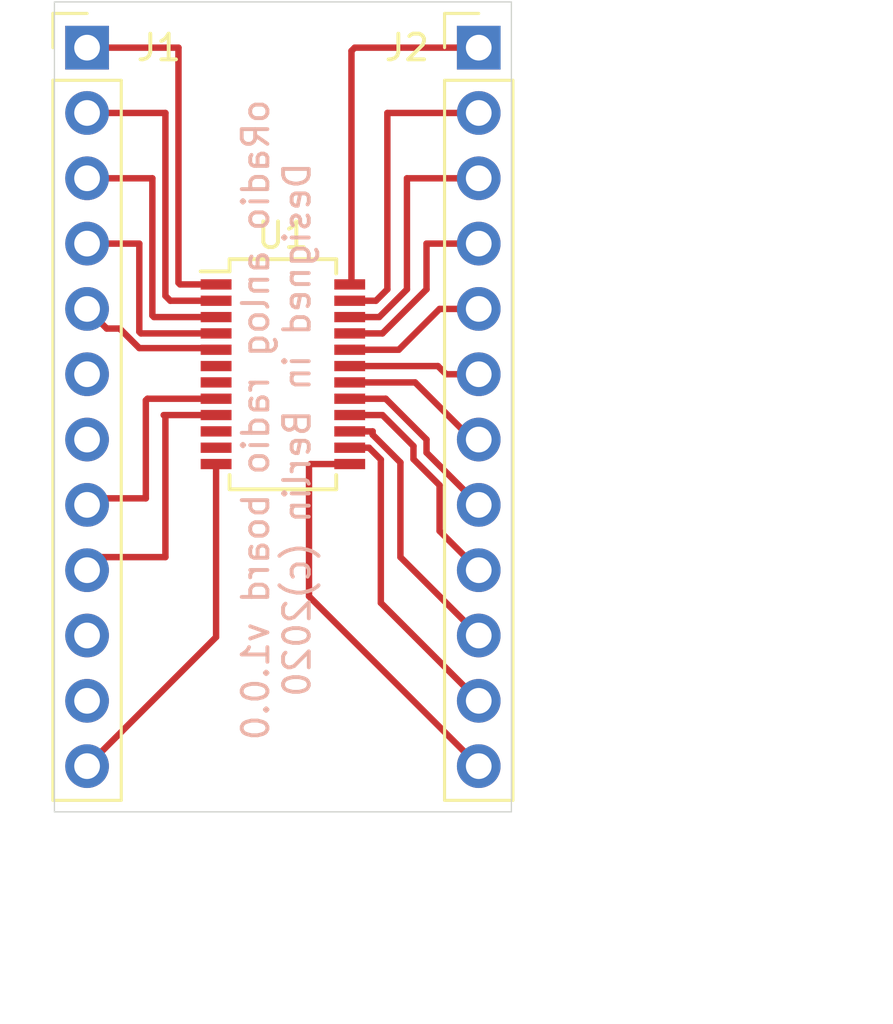
<source format=kicad_pcb>
(kicad_pcb (version 20171130) (host pcbnew 5.1.8-db9833491~87~ubuntu20.04.1)

  (general
    (thickness 1.6)
    (drawings 9)
    (tracks 85)
    (zones 0)
    (modules 3)
    (nets 29)
  )

  (page A4)
  (layers
    (0 F.Cu signal)
    (31 B.Cu signal)
    (32 B.Adhes user)
    (33 F.Adhes user)
    (34 B.Paste user)
    (35 F.Paste user)
    (36 B.SilkS user)
    (37 F.SilkS user)
    (38 B.Mask user)
    (39 F.Mask user)
    (40 Dwgs.User user)
    (41 Cmts.User user)
    (42 Eco1.User user)
    (43 Eco2.User user)
    (44 Edge.Cuts user)
    (45 Margin user)
    (46 B.CrtYd user)
    (47 F.CrtYd user)
    (48 B.Fab user)
    (49 F.Fab user)
  )

  (setup
    (last_trace_width 0.25)
    (trace_clearance 0.2)
    (zone_clearance 0.508)
    (zone_45_only no)
    (trace_min 0.2)
    (via_size 0.8)
    (via_drill 0.4)
    (via_min_size 0.4)
    (via_min_drill 0.3)
    (uvia_size 0.3)
    (uvia_drill 0.1)
    (uvias_allowed no)
    (uvia_min_size 0.2)
    (uvia_min_drill 0.1)
    (edge_width 0.05)
    (segment_width 0.2)
    (pcb_text_width 0.3)
    (pcb_text_size 1.5 1.5)
    (mod_edge_width 0.12)
    (mod_text_size 1 1)
    (mod_text_width 0.15)
    (pad_size 1.524 1.524)
    (pad_drill 0.762)
    (pad_to_mask_clearance 0)
    (aux_axis_origin 0 0)
    (visible_elements FFFFFF7F)
    (pcbplotparams
      (layerselection 0x010fc_ffffffff)
      (usegerberextensions false)
      (usegerberattributes true)
      (usegerberadvancedattributes true)
      (creategerberjobfile true)
      (excludeedgelayer true)
      (linewidth 0.100000)
      (plotframeref false)
      (viasonmask false)
      (mode 1)
      (useauxorigin false)
      (hpglpennumber 1)
      (hpglpenspeed 20)
      (hpglpendiameter 15.000000)
      (psnegative false)
      (psa4output false)
      (plotreference true)
      (plotvalue true)
      (plotinvisibletext false)
      (padsonsilk false)
      (subtractmaskfromsilk false)
      (outputformat 1)
      (mirror false)
      (drillshape 1)
      (scaleselection 1)
      (outputdirectory ""))
  )

  (net 0 "")
  (net 1 "Net-(J1-Pad1)")
  (net 2 "Net-(J1-Pad2)")
  (net 3 "Net-(J1-Pad3)")
  (net 4 "Net-(J1-Pad4)")
  (net 5 "Net-(J1-Pad5)")
  (net 6 "Net-(J1-Pad6)")
  (net 7 "Net-(J1-Pad7)")
  (net 8 "Net-(J1-Pad8)")
  (net 9 "Net-(J1-Pad9)")
  (net 10 "Net-(J1-Pad10)")
  (net 11 "Net-(J1-Pad11)")
  (net 12 "Net-(J1-Pad12)")
  (net 13 "Net-(J2-Pad12)")
  (net 14 "Net-(J2-Pad11)")
  (net 15 "Net-(J2-Pad10)")
  (net 16 "Net-(J2-Pad9)")
  (net 17 "Net-(J2-Pad8)")
  (net 18 "Net-(J2-Pad7)")
  (net 19 "Net-(J2-Pad6)")
  (net 20 "Net-(J2-Pad5)")
  (net 21 "Net-(J2-Pad4)")
  (net 22 "Net-(J2-Pad3)")
  (net 23 "Net-(J2-Pad2)")
  (net 24 "Net-(J2-Pad1)")
  (net 25 "Net-(U1-Pad6)")
  (net 26 "Net-(U1-Pad7)")
  (net 27 "Net-(U1-Pad10)")
  (net 28 "Net-(U1-Pad11)")

  (net_class Default "This is the default net class."
    (clearance 0.2)
    (trace_width 0.25)
    (via_dia 0.8)
    (via_drill 0.4)
    (uvia_dia 0.3)
    (uvia_drill 0.1)
    (add_net "Net-(J1-Pad1)")
    (add_net "Net-(J1-Pad10)")
    (add_net "Net-(J1-Pad11)")
    (add_net "Net-(J1-Pad12)")
    (add_net "Net-(J1-Pad2)")
    (add_net "Net-(J1-Pad3)")
    (add_net "Net-(J1-Pad4)")
    (add_net "Net-(J1-Pad5)")
    (add_net "Net-(J1-Pad6)")
    (add_net "Net-(J1-Pad7)")
    (add_net "Net-(J1-Pad8)")
    (add_net "Net-(J1-Pad9)")
    (add_net "Net-(J2-Pad1)")
    (add_net "Net-(J2-Pad10)")
    (add_net "Net-(J2-Pad11)")
    (add_net "Net-(J2-Pad12)")
    (add_net "Net-(J2-Pad2)")
    (add_net "Net-(J2-Pad3)")
    (add_net "Net-(J2-Pad4)")
    (add_net "Net-(J2-Pad5)")
    (add_net "Net-(J2-Pad6)")
    (add_net "Net-(J2-Pad7)")
    (add_net "Net-(J2-Pad8)")
    (add_net "Net-(J2-Pad9)")
    (add_net "Net-(U1-Pad10)")
    (add_net "Net-(U1-Pad11)")
    (add_net "Net-(U1-Pad6)")
    (add_net "Net-(U1-Pad7)")
  )

  (module Package_SO:SSOP-24_3.9x8.7mm_P0.635mm (layer F.Cu) (tedit 5A02F25C) (tstamp 5FB1EB4B)
    (at 140.97 121.92)
    (descr "SSOP24: plastic shrink small outline package; 24 leads; body width 3.9 mm; lead pitch 0.635; (see NXP SSOP-TSSOP-VSO-REFLOW.pdf and sot556-1_po.pdf)")
    (tags "SSOP 0.635")
    (path /5FB13577)
    (attr smd)
    (fp_text reference U1 (at 0 -5.4) (layer F.SilkS)
      (effects (font (size 1 1) (thickness 0.15)))
    )
    (fp_text value Si4735-D60-GU (at 0 5.4) (layer F.Fab)
      (effects (font (size 1 1) (thickness 0.15)))
    )
    (fp_line (start -2.075 -4) (end -3.2 -4) (layer F.SilkS) (width 0.15))
    (fp_line (start -2.075 4.475) (end 2.075 4.475) (layer F.SilkS) (width 0.15))
    (fp_line (start -2.075 -4.475) (end 2.075 -4.475) (layer F.SilkS) (width 0.15))
    (fp_line (start -2.075 4.475) (end -2.075 3.9175) (layer F.SilkS) (width 0.15))
    (fp_line (start 2.075 4.475) (end 2.075 3.9175) (layer F.SilkS) (width 0.15))
    (fp_line (start 2.075 -4.475) (end 2.075 -3.9175) (layer F.SilkS) (width 0.15))
    (fp_line (start -2.075 -4.475) (end -2.075 -4) (layer F.SilkS) (width 0.15))
    (fp_line (start -3.45 4.65) (end 3.45 4.65) (layer F.CrtYd) (width 0.05))
    (fp_line (start -3.45 -4.65) (end 3.45 -4.65) (layer F.CrtYd) (width 0.05))
    (fp_line (start 3.45 -4.65) (end 3.45 4.65) (layer F.CrtYd) (width 0.05))
    (fp_line (start -3.45 -4.65) (end -3.45 4.65) (layer F.CrtYd) (width 0.05))
    (fp_line (start -1.95 -3.35) (end -0.95 -4.35) (layer F.Fab) (width 0.15))
    (fp_line (start -1.95 4.35) (end -1.95 -3.35) (layer F.Fab) (width 0.15))
    (fp_line (start 1.95 4.35) (end -1.95 4.35) (layer F.Fab) (width 0.15))
    (fp_line (start 1.95 -4.35) (end 1.95 4.35) (layer F.Fab) (width 0.15))
    (fp_line (start -0.95 -4.35) (end 1.95 -4.35) (layer F.Fab) (width 0.15))
    (fp_text user %R (at 0 0) (layer F.Fab)
      (effects (font (size 0.8 0.8) (thickness 0.15)))
    )
    (pad 1 smd rect (at -2.6 -3.4925) (size 1.2 0.4) (layers F.Cu F.Paste F.Mask)
      (net 1 "Net-(J1-Pad1)"))
    (pad 2 smd rect (at -2.6 -2.8575) (size 1.2 0.4) (layers F.Cu F.Paste F.Mask)
      (net 2 "Net-(J1-Pad2)"))
    (pad 3 smd rect (at -2.6 -2.2225) (size 1.2 0.4) (layers F.Cu F.Paste F.Mask)
      (net 3 "Net-(J1-Pad3)"))
    (pad 4 smd rect (at -2.6 -1.5875) (size 1.2 0.4) (layers F.Cu F.Paste F.Mask)
      (net 4 "Net-(J1-Pad4)"))
    (pad 5 smd rect (at -2.6 -0.9525) (size 1.2 0.4) (layers F.Cu F.Paste F.Mask)
      (net 5 "Net-(J1-Pad5)"))
    (pad 6 smd rect (at -2.6 -0.3175) (size 1.2 0.4) (layers F.Cu F.Paste F.Mask)
      (net 25 "Net-(U1-Pad6)"))
    (pad 7 smd rect (at -2.6 0.3175) (size 1.2 0.4) (layers F.Cu F.Paste F.Mask)
      (net 26 "Net-(U1-Pad7)"))
    (pad 8 smd rect (at -2.6 0.9525) (size 1.2 0.4) (layers F.Cu F.Paste F.Mask)
      (net 8 "Net-(J1-Pad8)"))
    (pad 9 smd rect (at -2.6 1.5875) (size 1.2 0.4) (layers F.Cu F.Paste F.Mask)
      (net 9 "Net-(J1-Pad9)"))
    (pad 10 smd rect (at -2.6 2.2225) (size 1.2 0.4) (layers F.Cu F.Paste F.Mask)
      (net 27 "Net-(U1-Pad10)"))
    (pad 11 smd rect (at -2.6 2.8575) (size 1.2 0.4) (layers F.Cu F.Paste F.Mask)
      (net 28 "Net-(U1-Pad11)"))
    (pad 12 smd rect (at -2.6 3.4925) (size 1.2 0.4) (layers F.Cu F.Paste F.Mask)
      (net 12 "Net-(J1-Pad12)"))
    (pad 13 smd rect (at 2.6 3.4925) (size 1.2 0.4) (layers F.Cu F.Paste F.Mask)
      (net 13 "Net-(J2-Pad12)"))
    (pad 14 smd rect (at 2.6 2.8575) (size 1.2 0.4) (layers F.Cu F.Paste F.Mask)
      (net 14 "Net-(J2-Pad11)"))
    (pad 15 smd rect (at 2.6 2.2225) (size 1.2 0.4) (layers F.Cu F.Paste F.Mask)
      (net 15 "Net-(J2-Pad10)"))
    (pad 16 smd rect (at 2.6 1.5875) (size 1.2 0.4) (layers F.Cu F.Paste F.Mask)
      (net 16 "Net-(J2-Pad9)"))
    (pad 17 smd rect (at 2.6 0.9525) (size 1.2 0.4) (layers F.Cu F.Paste F.Mask)
      (net 17 "Net-(J2-Pad8)"))
    (pad 18 smd rect (at 2.6 0.3175) (size 1.2 0.4) (layers F.Cu F.Paste F.Mask)
      (net 18 "Net-(J2-Pad7)"))
    (pad 19 smd rect (at 2.6 -0.3175) (size 1.2 0.4) (layers F.Cu F.Paste F.Mask)
      (net 19 "Net-(J2-Pad6)"))
    (pad 20 smd rect (at 2.6 -0.9525) (size 1.2 0.4) (layers F.Cu F.Paste F.Mask)
      (net 20 "Net-(J2-Pad5)"))
    (pad 21 smd rect (at 2.6 -1.5875) (size 1.2 0.4) (layers F.Cu F.Paste F.Mask)
      (net 21 "Net-(J2-Pad4)"))
    (pad 22 smd rect (at 2.6 -2.2225) (size 1.2 0.4) (layers F.Cu F.Paste F.Mask)
      (net 22 "Net-(J2-Pad3)"))
    (pad 23 smd rect (at 2.6 -2.8575) (size 1.2 0.4) (layers F.Cu F.Paste F.Mask)
      (net 23 "Net-(J2-Pad2)"))
    (pad 24 smd rect (at 2.6 -3.4925) (size 1.2 0.4) (layers F.Cu F.Paste F.Mask)
      (net 24 "Net-(J2-Pad1)"))
    (model ${KISYS3DMOD}/Package_SO.3dshapes/SSOP-24_3.9x8.7mm_P0.635mm.wrl
      (at (xyz 0 0 0))
      (scale (xyz 1 1 1))
      (rotate (xyz 0 0 0))
    )
  )

  (module Connector_PinHeader_2.54mm:PinHeader_1x12_P2.54mm_Vertical (layer F.Cu) (tedit 59FED5CC) (tstamp 5FB1EEBB)
    (at 133.35 109.22)
    (descr "Through hole straight pin header, 1x12, 2.54mm pitch, single row")
    (tags "Through hole pin header THT 1x12 2.54mm single row")
    (path /5FB145EE)
    (fp_text reference J1 (at 2.794 0) (layer F.SilkS)
      (effects (font (size 1 1) (thickness 0.15)))
    )
    (fp_text value Conn_01x12_Male (at -2.54 22.86 90) (layer F.Fab)
      (effects (font (size 1 1) (thickness 0.15)))
    )
    (fp_line (start 1.8 -1.8) (end -1.8 -1.8) (layer F.CrtYd) (width 0.05))
    (fp_line (start 1.8 29.75) (end 1.8 -1.8) (layer F.CrtYd) (width 0.05))
    (fp_line (start -1.8 29.75) (end 1.8 29.75) (layer F.CrtYd) (width 0.05))
    (fp_line (start -1.8 -1.8) (end -1.8 29.75) (layer F.CrtYd) (width 0.05))
    (fp_line (start -1.33 -1.33) (end 0 -1.33) (layer F.SilkS) (width 0.12))
    (fp_line (start -1.33 0) (end -1.33 -1.33) (layer F.SilkS) (width 0.12))
    (fp_line (start -1.33 1.27) (end 1.33 1.27) (layer F.SilkS) (width 0.12))
    (fp_line (start 1.33 1.27) (end 1.33 29.27) (layer F.SilkS) (width 0.12))
    (fp_line (start -1.33 1.27) (end -1.33 29.27) (layer F.SilkS) (width 0.12))
    (fp_line (start -1.33 29.27) (end 1.33 29.27) (layer F.SilkS) (width 0.12))
    (fp_line (start -1.27 -0.635) (end -0.635 -1.27) (layer F.Fab) (width 0.1))
    (fp_line (start -1.27 29.21) (end -1.27 -0.635) (layer F.Fab) (width 0.1))
    (fp_line (start 1.27 29.21) (end -1.27 29.21) (layer F.Fab) (width 0.1))
    (fp_line (start 1.27 -1.27) (end 1.27 29.21) (layer F.Fab) (width 0.1))
    (fp_line (start -0.635 -1.27) (end 1.27 -1.27) (layer F.Fab) (width 0.1))
    (fp_text user %R (at 0 13.97 90) (layer F.Fab)
      (effects (font (size 1 1) (thickness 0.15)))
    )
    (pad 1 thru_hole rect (at 0 0) (size 1.7 1.7) (drill 1) (layers *.Cu *.Mask)
      (net 1 "Net-(J1-Pad1)"))
    (pad 2 thru_hole oval (at 0 2.54) (size 1.7 1.7) (drill 1) (layers *.Cu *.Mask)
      (net 2 "Net-(J1-Pad2)"))
    (pad 3 thru_hole oval (at 0 5.08) (size 1.7 1.7) (drill 1) (layers *.Cu *.Mask)
      (net 3 "Net-(J1-Pad3)"))
    (pad 4 thru_hole oval (at 0 7.62) (size 1.7 1.7) (drill 1) (layers *.Cu *.Mask)
      (net 4 "Net-(J1-Pad4)"))
    (pad 5 thru_hole oval (at 0 10.16) (size 1.7 1.7) (drill 1) (layers *.Cu *.Mask)
      (net 5 "Net-(J1-Pad5)"))
    (pad 6 thru_hole oval (at 0 12.7) (size 1.7 1.7) (drill 1) (layers *.Cu *.Mask)
      (net 6 "Net-(J1-Pad6)"))
    (pad 7 thru_hole oval (at 0 15.24) (size 1.7 1.7) (drill 1) (layers *.Cu *.Mask)
      (net 7 "Net-(J1-Pad7)"))
    (pad 8 thru_hole oval (at 0 17.78) (size 1.7 1.7) (drill 1) (layers *.Cu *.Mask)
      (net 8 "Net-(J1-Pad8)"))
    (pad 9 thru_hole oval (at 0 20.32) (size 1.7 1.7) (drill 1) (layers *.Cu *.Mask)
      (net 9 "Net-(J1-Pad9)"))
    (pad 10 thru_hole oval (at 0 22.86) (size 1.7 1.7) (drill 1) (layers *.Cu *.Mask)
      (net 10 "Net-(J1-Pad10)"))
    (pad 11 thru_hole oval (at 0 25.4) (size 1.7 1.7) (drill 1) (layers *.Cu *.Mask)
      (net 11 "Net-(J1-Pad11)"))
    (pad 12 thru_hole oval (at 0 27.94) (size 1.7 1.7) (drill 1) (layers *.Cu *.Mask)
      (net 12 "Net-(J1-Pad12)"))
    (model ${KISYS3DMOD}/Connector_PinHeader_2.54mm.3dshapes/PinHeader_1x12_P2.54mm_Vertical.wrl
      (at (xyz 0 0 0))
      (scale (xyz 1 1 1))
      (rotate (xyz 0 0 0))
    )
  )

  (module Connector_PinHeader_2.54mm:PinHeader_1x12_P2.54mm_Vertical (layer F.Cu) (tedit 59FED5CC) (tstamp 5FB1EEDA)
    (at 148.59 109.22)
    (descr "Through hole straight pin header, 1x12, 2.54mm pitch, single row")
    (tags "Through hole pin header THT 1x12 2.54mm single row")
    (path /5FB16037)
    (fp_text reference J2 (at -2.794 0) (layer F.SilkS)
      (effects (font (size 1 1) (thickness 0.15)))
    )
    (fp_text value Conn_01x12_Male (at 2.54 22.86 90) (layer F.Fab)
      (effects (font (size 1 1) (thickness 0.15)))
    )
    (fp_line (start -0.635 -1.27) (end 1.27 -1.27) (layer F.Fab) (width 0.1))
    (fp_line (start 1.27 -1.27) (end 1.27 29.21) (layer F.Fab) (width 0.1))
    (fp_line (start 1.27 29.21) (end -1.27 29.21) (layer F.Fab) (width 0.1))
    (fp_line (start -1.27 29.21) (end -1.27 -0.635) (layer F.Fab) (width 0.1))
    (fp_line (start -1.27 -0.635) (end -0.635 -1.27) (layer F.Fab) (width 0.1))
    (fp_line (start -1.33 29.27) (end 1.33 29.27) (layer F.SilkS) (width 0.12))
    (fp_line (start -1.33 1.27) (end -1.33 29.27) (layer F.SilkS) (width 0.12))
    (fp_line (start 1.33 1.27) (end 1.33 29.27) (layer F.SilkS) (width 0.12))
    (fp_line (start -1.33 1.27) (end 1.33 1.27) (layer F.SilkS) (width 0.12))
    (fp_line (start -1.33 0) (end -1.33 -1.33) (layer F.SilkS) (width 0.12))
    (fp_line (start -1.33 -1.33) (end 0 -1.33) (layer F.SilkS) (width 0.12))
    (fp_line (start -1.8 -1.8) (end -1.8 29.75) (layer F.CrtYd) (width 0.05))
    (fp_line (start -1.8 29.75) (end 1.8 29.75) (layer F.CrtYd) (width 0.05))
    (fp_line (start 1.8 29.75) (end 1.8 -1.8) (layer F.CrtYd) (width 0.05))
    (fp_line (start 1.8 -1.8) (end -1.8 -1.8) (layer F.CrtYd) (width 0.05))
    (fp_text user %R (at 0 13.97 90) (layer F.Fab)
      (effects (font (size 1 1) (thickness 0.15)))
    )
    (pad 12 thru_hole oval (at 0 27.94) (size 1.7 1.7) (drill 1) (layers *.Cu *.Mask)
      (net 13 "Net-(J2-Pad12)"))
    (pad 11 thru_hole oval (at 0 25.4) (size 1.7 1.7) (drill 1) (layers *.Cu *.Mask)
      (net 14 "Net-(J2-Pad11)"))
    (pad 10 thru_hole oval (at 0 22.86) (size 1.7 1.7) (drill 1) (layers *.Cu *.Mask)
      (net 15 "Net-(J2-Pad10)"))
    (pad 9 thru_hole oval (at 0 20.32) (size 1.7 1.7) (drill 1) (layers *.Cu *.Mask)
      (net 16 "Net-(J2-Pad9)"))
    (pad 8 thru_hole oval (at 0 17.78) (size 1.7 1.7) (drill 1) (layers *.Cu *.Mask)
      (net 17 "Net-(J2-Pad8)"))
    (pad 7 thru_hole oval (at 0 15.24) (size 1.7 1.7) (drill 1) (layers *.Cu *.Mask)
      (net 18 "Net-(J2-Pad7)"))
    (pad 6 thru_hole oval (at 0 12.7) (size 1.7 1.7) (drill 1) (layers *.Cu *.Mask)
      (net 19 "Net-(J2-Pad6)"))
    (pad 5 thru_hole oval (at 0 10.16) (size 1.7 1.7) (drill 1) (layers *.Cu *.Mask)
      (net 20 "Net-(J2-Pad5)"))
    (pad 4 thru_hole oval (at 0 7.62) (size 1.7 1.7) (drill 1) (layers *.Cu *.Mask)
      (net 21 "Net-(J2-Pad4)"))
    (pad 3 thru_hole oval (at 0 5.08) (size 1.7 1.7) (drill 1) (layers *.Cu *.Mask)
      (net 22 "Net-(J2-Pad3)"))
    (pad 2 thru_hole oval (at 0 2.54) (size 1.7 1.7) (drill 1) (layers *.Cu *.Mask)
      (net 23 "Net-(J2-Pad2)"))
    (pad 1 thru_hole rect (at 0 0) (size 1.7 1.7) (drill 1) (layers *.Cu *.Mask)
      (net 24 "Net-(J2-Pad1)"))
    (model ${KISYS3DMOD}/Connector_PinHeader_2.54mm.3dshapes/PinHeader_1x12_P2.54mm_Vertical.wrl
      (at (xyz 0 0 0))
      (scale (xyz 1 1 1))
      (rotate (xyz 0 0 0))
    )
  )

  (dimension 31.496 (width 0.15) (layer Dwgs.User)
    (gr_text "31,496 mm" (at 163.352 123.19 270) (layer Dwgs.User)
      (effects (font (size 1 1) (thickness 0.15)))
    )
    (feature1 (pts (xy 149.86 138.938) (xy 162.638421 138.938)))
    (feature2 (pts (xy 149.86 107.442) (xy 162.638421 107.442)))
    (crossbar (pts (xy 162.052 107.442) (xy 162.052 138.938)))
    (arrow1a (pts (xy 162.052 138.938) (xy 161.465579 137.811496)))
    (arrow1b (pts (xy 162.052 138.938) (xy 162.638421 137.811496)))
    (arrow2a (pts (xy 162.052 107.442) (xy 161.465579 108.568504)))
    (arrow2b (pts (xy 162.052 107.442) (xy 162.638421 108.568504)))
  )
  (dimension 17.78 (width 0.15) (layer Dwgs.User)
    (gr_text "17,780 mm" (at 140.97 147.858) (layer Dwgs.User)
      (effects (font (size 1 1) (thickness 0.15)))
    )
    (feature1 (pts (xy 149.86 138.938) (xy 149.86 147.144421)))
    (feature2 (pts (xy 132.08 138.938) (xy 132.08 147.144421)))
    (crossbar (pts (xy 132.08 146.558) (xy 149.86 146.558)))
    (arrow1a (pts (xy 149.86 146.558) (xy 148.733496 147.144421)))
    (arrow1b (pts (xy 149.86 146.558) (xy 148.733496 145.971579)))
    (arrow2a (pts (xy 132.08 146.558) (xy 133.206504 147.144421)))
    (arrow2b (pts (xy 132.08 146.558) (xy 133.206504 145.971579)))
  )
  (gr_text "oRadio anlog radio board v1.0.0\n Designed in Berlin (c)2020" (at 140.716 123.698 90) (layer B.SilkS)
    (effects (font (size 1 1) (thickness 0.15)) (justify mirror))
  )
  (gr_line (start 132.08 107.442) (end 132.08 138.938) (layer Edge.Cuts) (width 0.05) (tstamp 5FB57B9C))
  (gr_line (start 149.86 107.442) (end 132.08 107.442) (layer Edge.Cuts) (width 0.05))
  (gr_line (start 149.86 138.938) (end 149.86 107.442) (layer Edge.Cuts) (width 0.05))
  (gr_line (start 132.08 138.938) (end 149.86 138.938) (layer Edge.Cuts) (width 0.05))
  (dimension 27.94 (width 0.15) (layer Dwgs.User)
    (gr_text "27,940 mm" (at 160.05 123.19 270) (layer Dwgs.User)
      (effects (font (size 1 1) (thickness 0.15)))
    )
    (feature1 (pts (xy 148.59 137.16) (xy 159.336421 137.16)))
    (feature2 (pts (xy 148.59 109.22) (xy 159.336421 109.22)))
    (crossbar (pts (xy 158.75 109.22) (xy 158.75 137.16)))
    (arrow1a (pts (xy 158.75 137.16) (xy 158.163579 136.033496)))
    (arrow1b (pts (xy 158.75 137.16) (xy 159.336421 136.033496)))
    (arrow2a (pts (xy 158.75 109.22) (xy 158.163579 110.346504)))
    (arrow2b (pts (xy 158.75 109.22) (xy 159.336421 110.346504)))
  )
  (dimension 15.24 (width 0.15) (layer Dwgs.User)
    (gr_text "15,240 mm" (at 140.97 144.81) (layer Dwgs.User)
      (effects (font (size 1 1) (thickness 0.15)))
    )
    (feature1 (pts (xy 148.59 137.16) (xy 148.59 144.096421)))
    (feature2 (pts (xy 133.35 137.16) (xy 133.35 144.096421)))
    (crossbar (pts (xy 133.35 143.51) (xy 148.59 143.51)))
    (arrow1a (pts (xy 148.59 143.51) (xy 147.463496 144.096421)))
    (arrow1b (pts (xy 148.59 143.51) (xy 147.463496 142.923579)))
    (arrow2a (pts (xy 133.35 143.51) (xy 134.476504 144.096421)))
    (arrow2b (pts (xy 133.35 143.51) (xy 134.476504 142.923579)))
  )

  (segment (start 138.3665 118.4275) (end 138.303 118.364) (width 0.25) (layer F.Cu) (net 1))
  (segment (start 138.37 118.4275) (end 138.3665 118.4275) (width 0.25) (layer F.Cu) (net 1))
  (segment (start 138.37 118.4275) (end 136.9695 118.4275) (width 0.25) (layer F.Cu) (net 1))
  (segment (start 136.9695 118.4275) (end 136.906 118.364) (width 0.25) (layer F.Cu) (net 1))
  (segment (start 136.906 118.364) (end 136.906 109.22) (width 0.25) (layer F.Cu) (net 1))
  (segment (start 136.906 109.22) (end 133.35 109.22) (width 0.25) (layer F.Cu) (net 1))
  (segment (start 138.37 119.0625) (end 136.5885 119.0625) (width 0.25) (layer F.Cu) (net 2))
  (segment (start 136.5885 119.0625) (end 136.398 118.872) (width 0.25) (layer F.Cu) (net 2))
  (segment (start 136.398 118.872) (end 136.398 111.76) (width 0.25) (layer F.Cu) (net 2))
  (segment (start 136.398 111.76) (end 133.35 111.76) (width 0.25) (layer F.Cu) (net 2))
  (segment (start 138.37 119.6975) (end 135.9535 119.6975) (width 0.25) (layer F.Cu) (net 3))
  (segment (start 135.9535 119.6975) (end 135.89 119.634) (width 0.25) (layer F.Cu) (net 3))
  (segment (start 135.89 119.634) (end 135.89 114.3) (width 0.25) (layer F.Cu) (net 3))
  (segment (start 135.89 114.3) (end 133.35 114.3) (width 0.25) (layer F.Cu) (net 3))
  (segment (start 138.37 120.3325) (end 135.4455 120.3325) (width 0.25) (layer F.Cu) (net 4))
  (segment (start 135.4455 120.3325) (end 135.382 120.269) (width 0.25) (layer F.Cu) (net 4))
  (segment (start 135.382 120.269) (end 135.382 116.84) (width 0.25) (layer F.Cu) (net 4))
  (segment (start 135.382 116.84) (end 133.35 116.84) (width 0.25) (layer F.Cu) (net 4))
  (segment (start 138.3665 120.9675) (end 138.303 120.904) (width 0.25) (layer F.Cu) (net 5))
  (segment (start 138.37 120.9675) (end 138.3665 120.9675) (width 0.25) (layer F.Cu) (net 5))
  (segment (start 135.38059 120.904) (end 134.62 120.14341) (width 0.25) (layer F.Cu) (net 5))
  (segment (start 138.303 120.904) (end 135.38059 120.904) (width 0.25) (layer F.Cu) (net 5))
  (segment (start 134.11341 120.14341) (end 133.35 119.38) (width 0.25) (layer F.Cu) (net 5))
  (segment (start 134.62 120.14341) (end 134.11341 120.14341) (width 0.25) (layer F.Cu) (net 5))
  (segment (start 138.37 122.8725) (end 135.6995 122.8725) (width 0.25) (layer F.Cu) (net 8))
  (segment (start 135.6995 122.8725) (end 135.636 122.936) (width 0.25) (layer F.Cu) (net 8))
  (segment (start 135.636 122.936) (end 135.636 126.746) (width 0.25) (layer F.Cu) (net 8))
  (segment (start 133.604 126.746) (end 133.35 127) (width 0.25) (layer F.Cu) (net 8))
  (segment (start 135.636 126.746) (end 133.604 126.746) (width 0.25) (layer F.Cu) (net 8))
  (segment (start 138.37 123.5075) (end 136.3345 123.5075) (width 0.25) (layer F.Cu) (net 9))
  (segment (start 136.3345 123.5075) (end 136.398 123.571) (width 0.25) (layer F.Cu) (net 9))
  (segment (start 136.398 123.571) (end 136.398 129.032) (width 0.25) (layer F.Cu) (net 9))
  (segment (start 133.858 129.032) (end 133.35 129.54) (width 0.25) (layer F.Cu) (net 9))
  (segment (start 136.398 129.032) (end 133.858 129.032) (width 0.25) (layer F.Cu) (net 9))
  (segment (start 138.37 132.14) (end 133.35 137.16) (width 0.25) (layer F.Cu) (net 12))
  (segment (start 138.37 125.4125) (end 138.37 132.14) (width 0.25) (layer F.Cu) (net 12))
  (segment (start 143.57 125.4125) (end 142.0495 125.4125) (width 0.25) (layer F.Cu) (net 13))
  (segment (start 142.0495 125.4125) (end 141.986 125.476) (width 0.25) (layer F.Cu) (net 13))
  (segment (start 141.986 130.556) (end 148.59 137.16) (width 0.25) (layer F.Cu) (net 13))
  (segment (start 141.986 125.476) (end 141.986 130.556) (width 0.25) (layer F.Cu) (net 13))
  (segment (start 144.320002 124.7775) (end 144.78 125.237498) (width 0.25) (layer F.Cu) (net 14))
  (segment (start 143.57 124.7775) (end 144.320002 124.7775) (width 0.25) (layer F.Cu) (net 14))
  (segment (start 144.78 130.81) (end 148.59 134.62) (width 0.25) (layer F.Cu) (net 14))
  (segment (start 144.78 125.237498) (end 144.78 130.81) (width 0.25) (layer F.Cu) (net 14))
  (segment (start 143.57 124.1425) (end 144.4625 124.1425) (width 0.25) (layer F.Cu) (net 15))
  (segment (start 144.4625 124.27091) (end 145.542 125.35041) (width 0.25) (layer F.Cu) (net 15))
  (segment (start 144.4625 124.1425) (end 144.4625 124.27091) (width 0.25) (layer F.Cu) (net 15))
  (segment (start 145.542 129.032) (end 148.59 132.08) (width 0.25) (layer F.Cu) (net 15))
  (segment (start 145.542 125.35041) (end 145.542 129.032) (width 0.25) (layer F.Cu) (net 15))
  (segment (start 143.57 123.5075) (end 144.8435 123.5075) (width 0.25) (layer F.Cu) (net 16))
  (segment (start 144.8435 123.5075) (end 146.05 124.714) (width 0.25) (layer F.Cu) (net 16))
  (segment (start 146.05 124.714) (end 146.05 125.222) (width 0.25) (layer F.Cu) (net 16))
  (segment (start 146.05 125.222) (end 147.066 126.238) (width 0.25) (layer F.Cu) (net 16))
  (segment (start 147.066 128.016) (end 148.59 129.54) (width 0.25) (layer F.Cu) (net 16))
  (segment (start 147.066 126.238) (end 147.066 128.016) (width 0.25) (layer F.Cu) (net 16))
  (segment (start 143.57 122.8725) (end 144.9705 122.8725) (width 0.25) (layer F.Cu) (net 17))
  (segment (start 144.9705 122.8725) (end 146.558 124.46) (width 0.25) (layer F.Cu) (net 17))
  (segment (start 146.558 124.968) (end 148.59 127) (width 0.25) (layer F.Cu) (net 17))
  (segment (start 146.558 124.46) (end 146.558 124.968) (width 0.25) (layer F.Cu) (net 17))
  (segment (start 143.57 122.2375) (end 146.1135 122.2375) (width 0.25) (layer F.Cu) (net 18))
  (segment (start 148.336 124.46) (end 148.59 124.46) (width 0.25) (layer F.Cu) (net 18))
  (segment (start 146.1135 122.2375) (end 148.336 124.46) (width 0.25) (layer F.Cu) (net 18))
  (segment (start 143.57 121.6025) (end 147.0025 121.6025) (width 0.25) (layer F.Cu) (net 19))
  (segment (start 147.32 121.92) (end 148.59 121.92) (width 0.25) (layer F.Cu) (net 19))
  (segment (start 147.0025 121.6025) (end 147.32 121.92) (width 0.25) (layer F.Cu) (net 19))
  (segment (start 143.57 120.9675) (end 145.4785 120.9675) (width 0.25) (layer F.Cu) (net 20))
  (segment (start 147.066 119.38) (end 148.59 119.38) (width 0.25) (layer F.Cu) (net 20))
  (segment (start 145.4785 120.9675) (end 147.066 119.38) (width 0.25) (layer F.Cu) (net 20))
  (segment (start 146.558 116.84) (end 148.59 116.84) (width 0.25) (layer F.Cu) (net 21))
  (segment (start 146.558 118.618) (end 146.558 116.84) (width 0.25) (layer F.Cu) (net 21))
  (segment (start 144.8435 120.3325) (end 146.558 118.618) (width 0.25) (layer F.Cu) (net 21))
  (segment (start 143.57 120.3325) (end 144.8435 120.3325) (width 0.25) (layer F.Cu) (net 21))
  (segment (start 143.57 119.6975) (end 144.7165 119.6975) (width 0.25) (layer F.Cu) (net 22))
  (segment (start 144.7165 119.6975) (end 145.796 118.618) (width 0.25) (layer F.Cu) (net 22))
  (segment (start 145.796 118.618) (end 145.796 114.3) (width 0.25) (layer F.Cu) (net 22))
  (segment (start 145.796 114.3) (end 148.59 114.3) (width 0.25) (layer F.Cu) (net 22))
  (segment (start 143.57 119.0625) (end 144.5895 119.0625) (width 0.25) (layer F.Cu) (net 23))
  (segment (start 144.5895 119.0625) (end 145.034 118.618) (width 0.25) (layer F.Cu) (net 23))
  (segment (start 145.034 118.618) (end 145.034 111.76) (width 0.25) (layer F.Cu) (net 23))
  (segment (start 145.034 111.76) (end 148.59 111.76) (width 0.25) (layer F.Cu) (net 23))
  (segment (start 143.5735 118.4275) (end 143.637 118.364) (width 0.25) (layer F.Cu) (net 24))
  (segment (start 143.57 118.4275) (end 143.5735 118.4275) (width 0.25) (layer F.Cu) (net 24))
  (segment (start 143.637 118.364) (end 143.637 109.347) (width 0.25) (layer F.Cu) (net 24))
  (segment (start 143.764 109.22) (end 148.59 109.22) (width 0.25) (layer F.Cu) (net 24))
  (segment (start 143.637 109.347) (end 143.764 109.22) (width 0.25) (layer F.Cu) (net 24))

)

</source>
